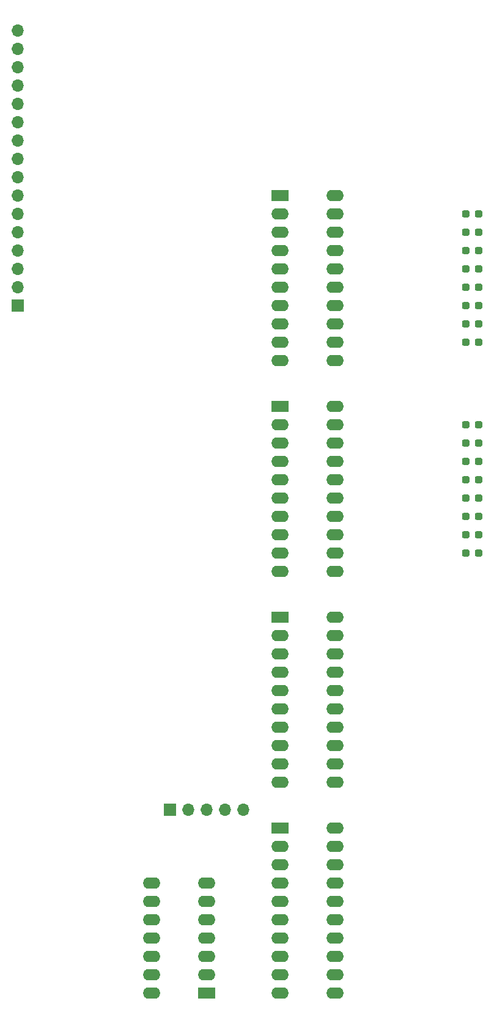
<source format=gbr>
%TF.GenerationSoftware,KiCad,Pcbnew,6.0.8-1.fc36*%
%TF.CreationDate,2022-10-27T22:21:34-04:00*%
%TF.ProjectId,16bit_computer,31366269-745f-4636-9f6d-70757465722e,rev?*%
%TF.SameCoordinates,Original*%
%TF.FileFunction,Soldermask,Top*%
%TF.FilePolarity,Negative*%
%FSLAX46Y46*%
G04 Gerber Fmt 4.6, Leading zero omitted, Abs format (unit mm)*
G04 Created by KiCad (PCBNEW 6.0.8-1.fc36) date 2022-10-27 22:21:34*
%MOMM*%
%LPD*%
G01*
G04 APERTURE LIST*
G04 Aperture macros list*
%AMRoundRect*
0 Rectangle with rounded corners*
0 $1 Rounding radius*
0 $2 $3 $4 $5 $6 $7 $8 $9 X,Y pos of 4 corners*
0 Add a 4 corners polygon primitive as box body*
4,1,4,$2,$3,$4,$5,$6,$7,$8,$9,$2,$3,0*
0 Add four circle primitives for the rounded corners*
1,1,$1+$1,$2,$3*
1,1,$1+$1,$4,$5*
1,1,$1+$1,$6,$7*
1,1,$1+$1,$8,$9*
0 Add four rect primitives between the rounded corners*
20,1,$1+$1,$2,$3,$4,$5,0*
20,1,$1+$1,$4,$5,$6,$7,0*
20,1,$1+$1,$6,$7,$8,$9,0*
20,1,$1+$1,$8,$9,$2,$3,0*%
G04 Aperture macros list end*
%ADD10RoundRect,0.237500X0.287500X0.237500X-0.287500X0.237500X-0.287500X-0.237500X0.287500X-0.237500X0*%
%ADD11R,2.400000X1.600000*%
%ADD12O,2.400000X1.600000*%
%ADD13R,1.700000X1.700000*%
%ADD14O,1.700000X1.700000*%
G04 APERTURE END LIST*
D10*
%TO.C,D7*%
X89775000Y-88900000D03*
X88025000Y-88900000D03*
%TD*%
%TO.C,D10*%
X89775000Y-105410000D03*
X88025000Y-105410000D03*
%TD*%
%TO.C,D13*%
X89775000Y-113030000D03*
X88025000Y-113030000D03*
%TD*%
%TO.C,D6*%
X89775000Y-86360000D03*
X88025000Y-86360000D03*
%TD*%
%TO.C,D12*%
X89775000Y-110490000D03*
X88025000Y-110490000D03*
%TD*%
%TO.C,D11*%
X89775000Y-107950000D03*
X88025000Y-107950000D03*
%TD*%
%TO.C,D5*%
X89775000Y-83820000D03*
X88025000Y-83820000D03*
%TD*%
%TO.C,D1*%
X89775000Y-73660000D03*
X88025000Y-73660000D03*
%TD*%
%TO.C,D2*%
X89775000Y-76200000D03*
X88025000Y-76200000D03*
%TD*%
%TO.C,D14*%
X89775000Y-115570000D03*
X88025000Y-115570000D03*
%TD*%
%TO.C,D4*%
X89775000Y-81280000D03*
X88025000Y-81280000D03*
%TD*%
%TO.C,D15*%
X89775000Y-118110000D03*
X88025000Y-118110000D03*
%TD*%
%TO.C,D8*%
X89775000Y-91440000D03*
X88025000Y-91440000D03*
%TD*%
%TO.C,D16*%
X89775000Y-120650000D03*
X88025000Y-120650000D03*
%TD*%
%TO.C,D9*%
X89775000Y-102870000D03*
X88025000Y-102870000D03*
%TD*%
%TO.C,D3*%
X89775000Y-78740000D03*
X88025000Y-78740000D03*
%TD*%
D11*
%TO.C,U4*%
X62230000Y-158750000D03*
D12*
X62230000Y-161290000D03*
X62230000Y-163830000D03*
X62230000Y-166370000D03*
X62230000Y-168910000D03*
X62230000Y-171450000D03*
X62230000Y-173990000D03*
X62230000Y-176530000D03*
X62230000Y-179070000D03*
X62230000Y-181610000D03*
X69850000Y-181610000D03*
X69850000Y-179070000D03*
X69850000Y-176530000D03*
X69850000Y-173990000D03*
X69850000Y-171450000D03*
X69850000Y-168910000D03*
X69850000Y-166370000D03*
X69850000Y-163830000D03*
X69850000Y-161290000D03*
X69850000Y-158750000D03*
%TD*%
D11*
%TO.C,U2*%
X62230000Y-71120000D03*
D12*
X62230000Y-73660000D03*
X62230000Y-76200000D03*
X62230000Y-78740000D03*
X62230000Y-81280000D03*
X62230000Y-83820000D03*
X62230000Y-86360000D03*
X62230000Y-88900000D03*
X62230000Y-91440000D03*
X62230000Y-93980000D03*
X69850000Y-93980000D03*
X69850000Y-91440000D03*
X69850000Y-88900000D03*
X69850000Y-86360000D03*
X69850000Y-83820000D03*
X69850000Y-81280000D03*
X69850000Y-78740000D03*
X69850000Y-76200000D03*
X69850000Y-73660000D03*
X69850000Y-71120000D03*
%TD*%
D11*
%TO.C,J3*%
X52085000Y-181610000D03*
D12*
X52085000Y-179070000D03*
X52085000Y-176530000D03*
X52085000Y-173990000D03*
X52085000Y-171450000D03*
X52085000Y-168910000D03*
X52085000Y-166370000D03*
X44465000Y-166370000D03*
X44465000Y-168910000D03*
X44465000Y-171450000D03*
X44465000Y-173990000D03*
X44465000Y-176530000D03*
X44465000Y-179070000D03*
X44465000Y-181610000D03*
%TD*%
D13*
%TO.C,J2*%
X25965000Y-86360000D03*
D14*
X25965000Y-83820000D03*
X25965000Y-81280000D03*
X25965000Y-78740000D03*
X25965000Y-76200000D03*
X25965000Y-73660000D03*
X25965000Y-71120000D03*
X25965000Y-68580000D03*
X25965000Y-66040000D03*
X25965000Y-63500000D03*
X25965000Y-60960000D03*
X25965000Y-58420000D03*
X25965000Y-55880000D03*
X25965000Y-53340000D03*
X25965000Y-50800000D03*
X25965000Y-48260000D03*
%TD*%
D11*
%TO.C,U5*%
X62230000Y-129540000D03*
D12*
X62230000Y-132080000D03*
X62230000Y-134620000D03*
X62230000Y-137160000D03*
X62230000Y-139700000D03*
X62230000Y-142240000D03*
X62230000Y-144780000D03*
X62230000Y-147320000D03*
X62230000Y-149860000D03*
X62230000Y-152400000D03*
X69850000Y-152400000D03*
X69850000Y-149860000D03*
X69850000Y-147320000D03*
X69850000Y-144780000D03*
X69850000Y-142240000D03*
X69850000Y-139700000D03*
X69850000Y-137160000D03*
X69850000Y-134620000D03*
X69850000Y-132080000D03*
X69850000Y-129540000D03*
%TD*%
D13*
%TO.C,J1*%
X46995000Y-156210000D03*
D14*
X49535000Y-156210000D03*
X52075000Y-156210000D03*
X54615000Y-156210000D03*
X57155000Y-156210000D03*
%TD*%
D11*
%TO.C,U3*%
X62230000Y-100330000D03*
D12*
X62230000Y-102870000D03*
X62230000Y-105410000D03*
X62230000Y-107950000D03*
X62230000Y-110490000D03*
X62230000Y-113030000D03*
X62230000Y-115570000D03*
X62230000Y-118110000D03*
X62230000Y-120650000D03*
X62230000Y-123190000D03*
X69850000Y-123190000D03*
X69850000Y-120650000D03*
X69850000Y-118110000D03*
X69850000Y-115570000D03*
X69850000Y-113030000D03*
X69850000Y-110490000D03*
X69850000Y-107950000D03*
X69850000Y-105410000D03*
X69850000Y-102870000D03*
X69850000Y-100330000D03*
%TD*%
M02*

</source>
